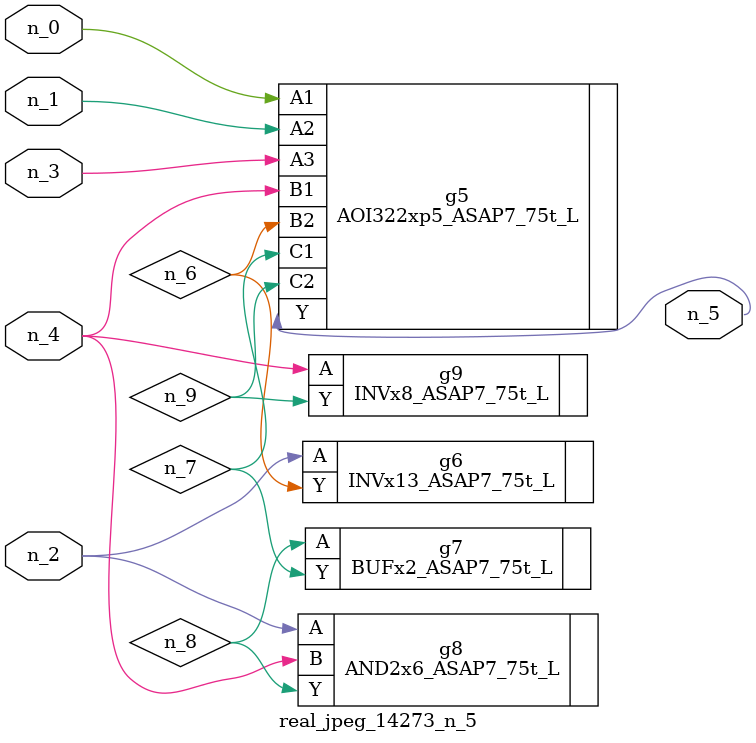
<source format=v>
module real_jpeg_14273_n_5 (n_4, n_0, n_1, n_2, n_3, n_5);

input n_4;
input n_0;
input n_1;
input n_2;
input n_3;

output n_5;

wire n_8;
wire n_6;
wire n_7;
wire n_9;

AOI322xp5_ASAP7_75t_L g5 ( 
.A1(n_0),
.A2(n_1),
.A3(n_3),
.B1(n_4),
.B2(n_6),
.C1(n_7),
.C2(n_9),
.Y(n_5)
);

INVx13_ASAP7_75t_L g6 ( 
.A(n_2),
.Y(n_6)
);

AND2x6_ASAP7_75t_L g8 ( 
.A(n_2),
.B(n_4),
.Y(n_8)
);

INVx8_ASAP7_75t_L g9 ( 
.A(n_4),
.Y(n_9)
);

BUFx2_ASAP7_75t_L g7 ( 
.A(n_8),
.Y(n_7)
);


endmodule
</source>
